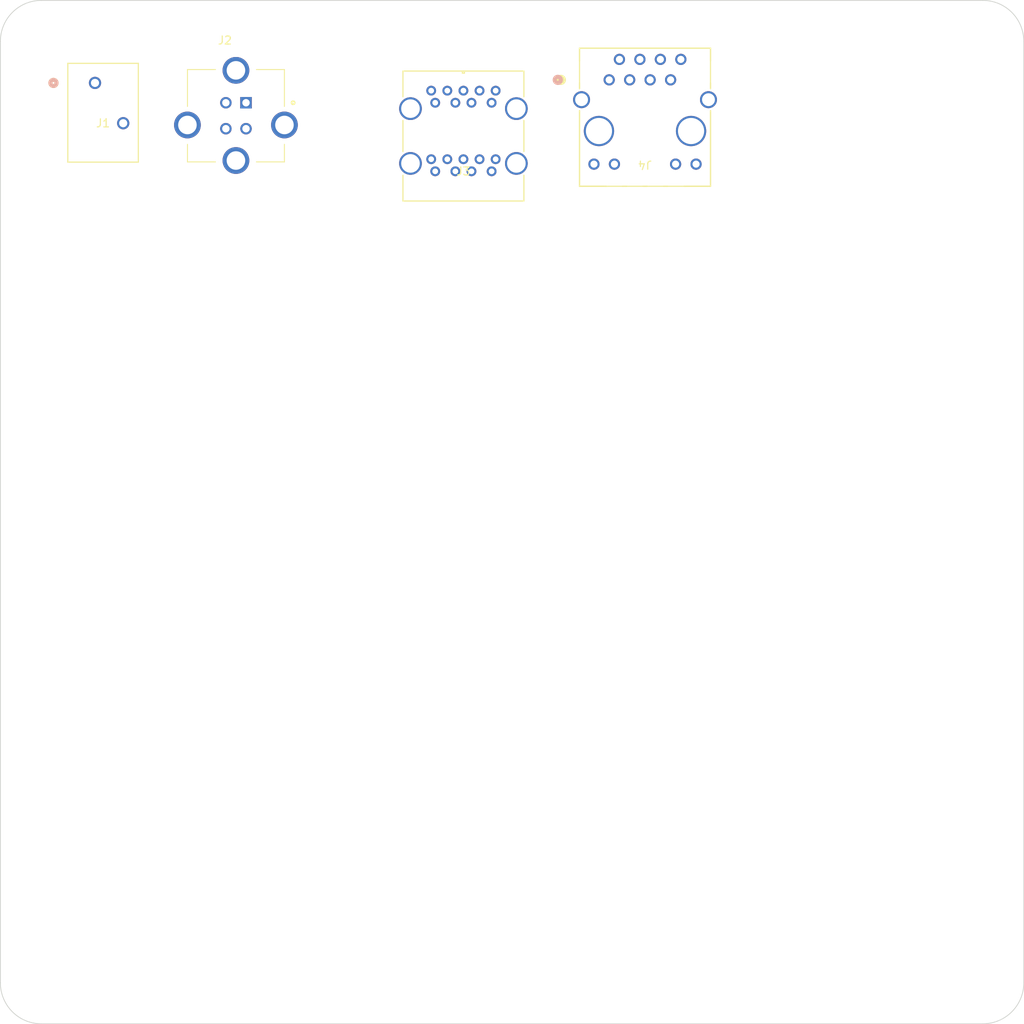
<source format=kicad_pcb>
(kicad_pcb (version 20221018) (generator pcbnew)
  (layers (0 "F.Cu" signal) (31 "B.Cu" signal) (34 "B.Paste" user) (35 "F.Paste" user) (36 "B.SilkS" user "B.Silkscreen") (37 "F.SilkS" user "F.Silkscreen") (38 "B.Mask" user) (39 "F.Mask" user) (44 "Edge.Cuts" user))
  (net 0 "")
  (footprint "SnapEDA:48409-0003_MOL" (layer "F.Cu") (at 104.759877 46.610001)
    (fp_text reference "J3" (at 3.500001 0 unlocked) (layer "F.SilkS"))
    (fp_text value "484090003 Molex 2x USB-A v3")
    (fp_text user "*" (at -2.54 0 unlocked) (layer "F.SilkS"))
    (fp_text user "*" (at -2.54 0) (layer "F.SilkS"))
    (fp_line (start -4.005699 -12.441999) (end -4.005699 -9.249885) (stroke (width 0.1524)) (layer "F.SilkS"))
    (fp_line (start -4.005699 -6.310114) (end -4.005699 -2.449883) (stroke (width 0.1524)) (layer "F.SilkS"))
    (fp_line (start -4.005699 0.489887) (end -4.005699 3.687001) (stroke (width 0.1524)) (layer "F.SilkS"))
    (fp_line (start -4.005699 3.687001) (end 11.005701 3.687001) (stroke (width 0.1524)) (layer "F.SilkS"))
    (fp_line (start 3.373001 -12.441999) (end 3.373001 -12.187999) (stroke (width 0.1524)) (layer "F.SilkS"))
    (fp_line (start 3.373001 -12.187999) (end 3.627001 -12.187999) (stroke (width 0.1524)) (layer "F.SilkS"))
    (fp_line (start 3.627001 -12.441999) (end 3.373001 -12.441999) (stroke (width 0.1524)) (layer "F.SilkS"))
    (fp_line (start 3.627001 -12.187999) (end 3.627001 -12.441999) (stroke (width 0.1524)) (layer "F.SilkS"))
    (fp_line (start 11.005701 -12.441999) (end -4.005699 -12.441999) (stroke (width 0.1524)) (layer "F.SilkS"))
    (fp_line (start 11.005701 -9.249885) (end 11.005701 -12.441999) (stroke (width 0.1524)) (layer "F.SilkS"))
    (fp_line (start 11.005701 -2.449883) (end 11.005701 -6.310114) (stroke (width 0.1524)) (layer "F.SilkS"))
    (fp_line (start 11.005701 3.687001) (end 11.005701 0.489887) (stroke (width 0.1524)) (layer "F.SilkS"))
    (pad "1" thru_hole circle (at 0 0) (size 1.2192 1.2192) (drill 0.7112) (layers "*.Cu" "*.Mask"))
    (pad "2" thru_hole circle (at 2.5 0) (size 1.2192 1.2192) (drill 0.7112) (layers "*.Cu" "*.Mask"))
    (pad "3" thru_hole circle (at 4.500001 0) (size 1.2192 1.2192) (drill 0.7112) (layers "*.Cu" "*.Mask"))
    (pad "4" thru_hole circle (at 7.000001 0) (size 1.2192 1.2192) (drill 0.7112) (layers "*.Cu" "*.Mask"))
    (pad "5" thru_hole circle (at 7.499993 -1.5) (size 1.2192 1.2192) (drill 0.7112) (layers "*.Cu" "*.Mask"))
    (pad "6" thru_hole circle (at 5.499992 -1.5) (size 1.2192 1.2192) (drill 0.7112) (layers "*.Cu" "*.Mask"))
    (pad "7" thru_hole circle (at 3.499993 -1.5) (size 1.2192 1.2192) (drill 0.7112) (layers "*.Cu" "*.Mask"))
    (pad "8" thru_hole circle (at 1.499992 -1.5) (size 1.2192 1.2192) (drill 0.7112) (layers "*.Cu" "*.Mask"))
    (pad "9" thru_hole circle (at -0.500007 -1.5) (size 1.2192 1.2192) (drill 0.7112) (layers "*.Cu" "*.Mask"))
    (pad "10" thru_hole circle (at 0 -8.510001) (size 1.2192 1.2192) (drill 0.7112) (layers "*.Cu" "*.Mask"))
    (pad "11" thru_hole circle (at 2.500122 -8.510001) (size 1.2192 1.2192) (drill 0.7112) (layers "*.Cu" "*.Mask"))
    (pad "12" thru_hole circle (at 4.500001 -8.510001) (size 1.2192 1.2192) (drill 0.7112) (layers "*.Cu" "*.Mask"))
    (pad "13" thru_hole circle (at 7.000123 -8.510001) (size 1.2192 1.2192) (drill 0.7112) (layers "*.Cu" "*.Mask"))
    (pad "14" thru_hole circle (at 7.499993 -10.01) (size 1.2192 1.2192) (drill 0.7112) (layers "*.Cu" "*.Mask"))
    (pad "15" thru_hole circle (at 5.499992 -10.01) (size 1.2192 1.2192) (drill 0.7112) (layers "*.Cu" "*.Mask"))
    (pad "16" thru_hole circle (at 3.499993 -10.01) (size 1.2192 1.2192) (drill 0.7112) (layers "*.Cu" "*.Mask"))
    (pad "17" thru_hole circle (at 1.499992 -10.01) (size 1.2192 1.2192) (drill 0.7112) (layers "*.Cu" "*.Mask"))
    (pad "18" thru_hole circle (at -0.500007 -10.01) (size 1.2192 1.2192) (drill 0.7112) (layers "*.Cu" "*.Mask"))
    (pad "19" thru_hole circle (at -3.069999 -7.78) (size 2.8194 2.8194) (drill 2.3114) (layers "*.Cu" "*.Mask"))
    (pad "20" thru_hole circle (at 10.07 -7.78) (size 2.8194 2.8194) (drill 2.3114) (layers "*.Cu" "*.Mask"))
    (pad "21" thru_hole circle (at -3.069999 -0.979998) (size 2.8194 2.8194) (drill 2.3114) (layers "*.Cu" "*.Mask"))
    (pad "22" thru_hole circle (at 10.07 -0.979998) (size 2.8194 2.8194) (drill 2.3114) (layers "*.Cu" "*.Mask"))
  )
  (footprint "SnapEDA:CONN_250-202_WAG" (layer "F.Cu") (at 62.539998 35.64)
    (fp_text reference "J1" (at 1.000065 5 unlocked) (layer "F.SilkS"))
    (fp_text value "250-202 Wago")
    (fp_circle (center -5.154935 0) (end -4.773935 0) (stroke (width 0.508)) (fill none) (layer "B.SilkS"))
    (fp_line (start -3.376934 -2.427001) (end -3.376934 9.826999) (stroke (width 0.1524)) (layer "F.SilkS"))
    (fp_line (start -3.376934 9.826999) (end 5.377064 9.826999) (stroke (width 0.1524)) (layer "F.SilkS"))
    (fp_line (start 5.377064 -2.427001) (end -3.376934 -2.427001) (stroke (width 0.1524)) (layer "F.SilkS"))
    (fp_line (start 5.377064 9.826999) (end 5.377064 -2.427001) (stroke (width 0.1524)) (layer "F.SilkS"))
    (fp_circle (center -5.154935 0) (end -4.773935 0) (stroke (width 0.508)) (fill none) (layer "F.SilkS"))
    (pad "1" thru_hole circle (at -0.000001 0) (size 1.524 1.524) (drill 1.016) (layers "*.Cu" "*.Mask"))
    (pad "2" thru_hole circle (at 3.500002 5) (size 1.524 1.524) (drill 1.016) (layers "*.Cu" "*.Mask"))
  )
  (footprint "SnapEDA:CONN12_0012BENL_TAL" (layer "F.Cu") (at 126.35 35.26 180)
    (fp_text reference "J4" (at -4.445 -10.54 180 unlocked) (layer "F.SilkS"))
    (fp_text value "TMJD0012BENL Tagolas Ethernet")
    (fp_circle (center 6.381 0) (end 6.762 0) (stroke (width 0.508)) (fill none) (layer "B.SilkS"))
    (fp_line (start -12.573 -13.207) (end -12.573 -3.823557) (stroke (width 0.1524)) (layer "F.SilkS"))
    (fp_line (start -12.573 -13.207) (end 3.683 -13.207) (stroke (width 0.1524)) (layer "F.SilkS"))
    (fp_line (start -12.573 -3.823557) (end -12.573 -13.207) (stroke (width 0.1524)) (layer "F.SilkS"))
    (fp_line (start -12.573 -1.096423) (end -12.573 -0.393557) (stroke (width 0.1524)) (layer "F.SilkS"))
    (fp_line (start -12.573 2.333577) (end -12.573 3.938) (stroke (width 0.1524)) (layer "F.SilkS"))
    (fp_line (start -12.573 3.938) (end -12.573 -1.096423) (stroke (width 0.1524)) (layer "F.SilkS"))
    (fp_line (start -12.573 3.938) (end 3.683 3.938) (stroke (width 0.1524)) (layer "F.SilkS"))
    (fp_line (start -9.27839 -13.207) (end -12.573 -13.207) (stroke (width 0.1524)) (layer "F.SilkS"))
    (fp_line (start -6.73839 -13.207) (end -7.23161 -13.207) (stroke (width 0.1524)) (layer "F.SilkS"))
    (fp_line (start -4.19839 -13.207) (end -4.69161 -13.207) (stroke (width 0.1524)) (layer "F.SilkS"))
    (fp_line (start -1.65839 -13.207) (end -2.15161 -13.207) (stroke (width 0.1524)) (layer "F.SilkS"))
    (fp_line (start 3.683 -13.207) (end 0.38839 -13.207) (stroke (width 0.1524)) (layer "F.SilkS"))
    (fp_line (start 3.683 -13.207) (end 3.683 -3.823557) (stroke (width 0.1524)) (layer "F.SilkS"))
    (fp_line (start 3.683 -3.823557) (end 3.683 -13.207) (stroke (width 0.1524)) (layer "F.SilkS"))
    (fp_line (start 3.683 -1.096423) (end 3.683 3.938) (stroke (width 0.1524)) (layer "F.SilkS"))
    (fp_line (start 3.683 -0.393557) (end 3.683 -1.096423) (stroke (width 0.1524)) (layer "F.SilkS"))
    (fp_line (start 3.683 3.938) (end -12.573 3.938) (stroke (width 0.1524)) (layer "F.SilkS"))
    (fp_line (start 3.683 3.938) (end 3.683 2.333577) (stroke (width 0.1524)) (layer "F.SilkS"))
    (fp_circle (center 6 0) (end 6.381 0) (stroke (width 0.508)) (fill none) (layer "F.SilkS"))
    (pad "1" thru_hole circle (at 0 0 180) (size 1.397 1.397) (drill 0.889) (layers "*.Cu" "*.Mask"))
    (pad "2" thru_hole circle (at -1.27 2.54 180) (size 1.397 1.397) (drill 0.889) (layers "*.Cu" "*.Mask"))
    (pad "3" thru_hole circle (at -2.54 0 180) (size 1.397 1.397) (drill 0.889) (layers "*.Cu" "*.Mask"))
    (pad "4" thru_hole circle (at -3.81 2.54 180) (size 1.397 1.397) (drill 0.889) (layers "*.Cu" "*.Mask"))
    (pad "5" thru_hole circle (at -5.08 0 180) (size 1.397 1.397) (drill 0.889) (layers "*.Cu" "*.Mask"))
    (pad "6" thru_hole circle (at -6.35 2.54 180) (size 1.397 1.397) (drill 0.889) (layers "*.Cu" "*.Mask"))
    (pad "7" thru_hole circle (at -7.62 0 180) (size 1.397 1.397) (drill 0.889) (layers "*.Cu" "*.Mask"))
    (pad "8" thru_hole circle (at -8.89 2.54 180) (size 1.397 1.397) (drill 0.889) (layers "*.Cu" "*.Mask"))
    (pad "9" thru_hole circle (at 1.89 -10.46 180) (size 1.397 1.397) (drill 0.889) (layers "*.Cu" "*.Mask"))
    (pad "10" thru_hole circle (at -0.65 -10.46 180) (size 1.397 1.397) (drill 0.889) (layers "*.Cu" "*.Mask"))
    (pad "11" thru_hole circle (at -8.24 -10.46 180) (size 1.397 1.397) (drill 0.889) (layers "*.Cu" "*.Mask"))
    (pad "12" thru_hole circle (at -10.78 -10.46 180) (size 1.397 1.397) (drill 0.889) (layers "*.Cu" "*.Mask"))
    (pad "13" thru_hole circle (at -10.16 -6.35 180) (size 3.7592 3.7592) (drill 3.2512) (layers "*.Cu" "*.Mask"))
    (pad "14" thru_hole circle (at -12.319998 -2.45999 180) (size 2.1082 2.1082) (drill 1.6002) (layers "*.Cu" "*.Mask"))
    (pad "15" thru_hole circle (at 1.27 -6.35 180) (size 3.7592 3.7592) (drill 3.2512) (layers "*.Cu" "*.Mask"))
    (pad "16" thru_hole circle (at 3.429998 -2.45999 180) (size 2.1082 2.1082) (drill 1.6002) (layers "*.Cu" "*.Mask"))
  )
  (footprint "SnapEDA:TE_5788336-1" (layer "F.Cu") (at 80.03 40.86)
    (fp_text reference "J2" (at -1.36553 -10.49915) (layer "F.SilkS") (effects (font (size 1.000394 1.000394))))
    (fp_text value "5788336-1 TE USB-B")
    (fp_line (start -6.015 -6.88) (end -6.015 -2.3) (stroke (width 0.127)) (layer "F.SilkS"))
    (fp_line (start -6.015 -6.88) (end -2.54 -6.88) (stroke (width 0.127)) (layer "F.SilkS"))
    (fp_line (start -6.015 2.4) (end -6.015 4.58) (stroke (width 0.127)) (layer "F.SilkS"))
    (fp_line (start -6.015 4.58) (end -2.54 4.58) (stroke (width 0.127)) (layer "F.SilkS"))
    (fp_line (start 2.54 -6.88) (end 6.015 -6.88) (stroke (width 0.127)) (layer "F.SilkS"))
    (fp_line (start 2.54 4.58) (end 6.015 4.58) (stroke (width 0.127)) (layer "F.SilkS"))
    (fp_line (start 6.015 -6.88) (end 6.015 -2.3) (stroke (width 0.127)) (layer "F.SilkS"))
    (fp_line (start 6.015 2.4) (end 6.015 4.58) (stroke (width 0.127)) (layer "F.SilkS"))
    (fp_circle (center 7.095 -2.76) (end 7.295 -2.76) (stroke (width 0.2)) (fill none) (layer "F.SilkS"))
    (pad "1" thru_hole rect (at 1.25 -2.76) (size 1.428 1.428) (drill 0.92) (layers "*.Cu" "*.Mask"))
    (pad "2" thru_hole circle (at -1.25 -2.76) (size 1.428 1.428) (drill 0.92) (layers "*.Cu" "*.Mask"))
    (pad "3" thru_hole circle (at -1.25 0.46) (size 1.428 1.428) (drill 0.92) (layers "*.Cu" "*.Mask"))
    (pad "4" thru_hole circle (at 1.25 0.46) (size 1.428 1.428) (drill 0.92) (layers "*.Cu" "*.Mask"))
    (pad "5" thru_hole circle (at 0 -6.78) (size 3.316 3.316) (drill 2.3) (layers "*.Cu" "*.Mask"))
    (pad "6" thru_hole circle (at 0 4.41) (size 3.316 3.316) (drill 2.3) (layers "*.Cu" "*.Mask"))
    (pad "7" thru_hole circle (at -6.02 0) (size 3.316 3.316) (drill 2.3) (layers "*.Cu" "*.Mask"))
    (pad "8" thru_hole circle (at 6.02 0) (size 3.316 3.316) (drill 2.3) (layers "*.Cu" "*.Mask"))
  )
  (gr_arc (start 50.8 30.48) (mid 52.287898 26.887898) (end 55.88 25.4) (stroke (width 0.1)) (layer "Edge.Cuts"))
  (gr_line (start 55.88 25.4) (end 172.72 25.4) (stroke (width 0.1)) (layer "Edge.Cuts"))
  (gr_arc (start 172.72 25.4) (mid 176.312102 26.887898) (end 177.8 30.48) (stroke (width 0.1)) (layer "Edge.Cuts"))
  (gr_line (start 50.8 147.32) (end 50.8 30.48) (stroke (width 0.1)) (layer "Edge.Cuts"))
  (gr_arc (start 177.8 147.32) (mid 176.312102 150.912102) (end 172.72 152.4) (stroke (width 0.1)) (layer "Edge.Cuts"))
  (gr_line (start 172.72 152.4) (end 55.88 152.4) (stroke (width 0.1)) (layer "Edge.Cuts"))
  (gr_arc (start 55.88 152.4) (mid 52.287898 150.912102) (end 50.8 147.32) (stroke (width 0.1)) (layer "Edge.Cuts"))
  (gr_line (start 177.8 30.48) (end 177.8 147.32) (stroke (width 0.1)) (layer "Edge.Cuts"))
)
</source>
